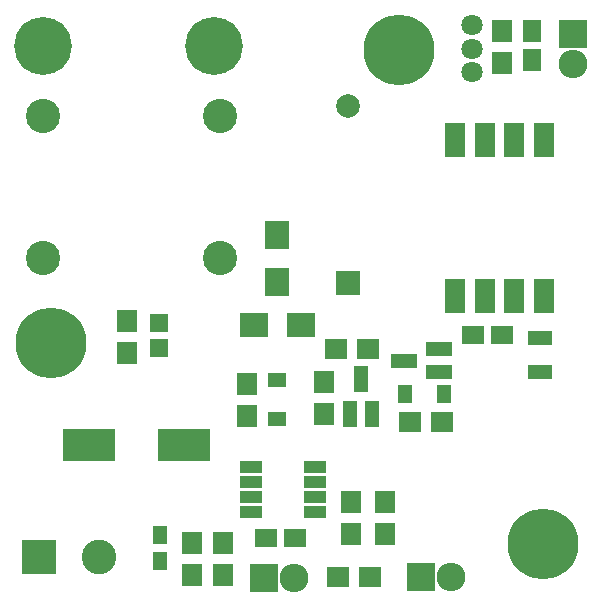
<source format=gts>
G04 #@! TF.FileFunction,Soldermask,Top*
%FSLAX46Y46*%
G04 Gerber Fmt 4.6, Leading zero omitted, Abs format (unit mm)*
G04 Created by KiCad (PCBNEW 0.201603210401+6634~43~ubuntu14.04.1-product) date mån 28 mar 2016 16:54:20*
%MOMM*%
G01*
G04 APERTURE LIST*
%ADD10C,0.050000*%
%ADD11C,2.900000*%
%ADD12R,4.400500X2.800300*%
%ADD13R,1.650000X1.900000*%
%ADD14R,1.900000X1.650000*%
%ADD15R,2.000000X2.000000*%
%ADD16C,2.000000*%
%ADD17R,1.598880X1.598880*%
%ADD18R,1.620000X1.310000*%
%ADD19R,1.310000X1.620000*%
%ADD20R,1.300000X1.600000*%
%ADD21C,1.800000*%
%ADD22R,2.432000X2.432000*%
%ADD23O,2.432000X2.432000*%
%ADD24C,4.900880*%
%ADD25R,1.200100X2.200860*%
%ADD26R,2.200860X1.200100*%
%ADD27R,1.700000X1.900000*%
%ADD28R,2.100000X1.300000*%
%ADD29R,1.900000X1.700000*%
%ADD30R,2.400000X2.100000*%
%ADD31R,2.100000X2.400000*%
%ADD32R,1.670000X2.940000*%
%ADD33R,1.950000X1.000000*%
%ADD34R,2.940000X2.940000*%
%ADD35C,2.940000*%
%ADD36C,6.000000*%
G04 APERTURE END LIST*
D10*
D11*
X118244000Y-120808000D03*
X103244000Y-120808000D03*
X103244000Y-108808000D03*
X118244000Y-108808000D03*
D12*
X115125500Y-136652000D03*
X107124500Y-136652000D03*
D13*
X144653000Y-104120000D03*
X144653000Y-101620000D03*
D14*
X122067000Y-144526000D03*
X124567000Y-144526000D03*
D15*
X129032000Y-122936000D03*
D16*
X129032000Y-107936000D03*
D14*
X142093000Y-127381000D03*
X139593000Y-127381000D03*
D17*
X113030000Y-128430020D03*
X113030000Y-126331980D03*
D18*
X123063000Y-131207000D03*
X123063000Y-134477000D03*
D19*
X133874000Y-132334000D03*
X137144000Y-132334000D03*
D20*
X113157000Y-146515000D03*
X113157000Y-144315000D03*
D21*
X139573000Y-105124000D03*
X139573000Y-103124000D03*
X139573000Y-101124000D03*
D22*
X121920000Y-147955000D03*
D23*
X124460000Y-147955000D03*
D22*
X148082000Y-101854000D03*
D23*
X148082000Y-104394000D03*
D22*
X135255000Y-147828000D03*
D23*
X137795000Y-147828000D03*
D24*
X103251000Y-102870000D03*
X117729000Y-102870000D03*
D25*
X129225000Y-134089140D03*
X131125000Y-134089140D03*
X130175000Y-131086860D03*
D26*
X136756140Y-130490000D03*
X136756140Y-128590000D03*
X133753860Y-129540000D03*
D27*
X142113000Y-104347000D03*
X142113000Y-101647000D03*
X115824000Y-147654000D03*
X115824000Y-144954000D03*
X118491000Y-144954000D03*
X118491000Y-147654000D03*
X127000000Y-131365000D03*
X127000000Y-134065000D03*
D28*
X145288000Y-127582000D03*
X145288000Y-130482000D03*
D27*
X132207000Y-141525000D03*
X132207000Y-144225000D03*
X129286000Y-141525000D03*
X129286000Y-144225000D03*
D29*
X130890000Y-147828000D03*
X128190000Y-147828000D03*
D27*
X110363000Y-128858000D03*
X110363000Y-126158000D03*
X120523000Y-134192000D03*
X120523000Y-131492000D03*
D29*
X128063000Y-128524000D03*
X130763000Y-128524000D03*
D30*
X121063000Y-126492000D03*
X125063000Y-126492000D03*
D31*
X123063000Y-122904000D03*
X123063000Y-118904000D03*
D29*
X134286000Y-134747000D03*
X136986000Y-134747000D03*
D32*
X138109000Y-110870000D03*
X140609000Y-110870000D03*
X143109000Y-110870000D03*
X145609000Y-110870000D03*
X145609000Y-124080000D03*
X143109000Y-124080000D03*
X140609000Y-124080000D03*
X138109000Y-124080000D03*
D33*
X120871000Y-138557000D03*
X120871000Y-139827000D03*
X120871000Y-141097000D03*
X120871000Y-142367000D03*
X126271000Y-142367000D03*
X126271000Y-141097000D03*
X126271000Y-139827000D03*
X126271000Y-138557000D03*
D34*
X102870000Y-146177000D03*
D35*
X107950000Y-146177000D03*
D36*
X145542000Y-145034000D03*
X133350000Y-103251000D03*
X103886000Y-128016000D03*
M02*

</source>
